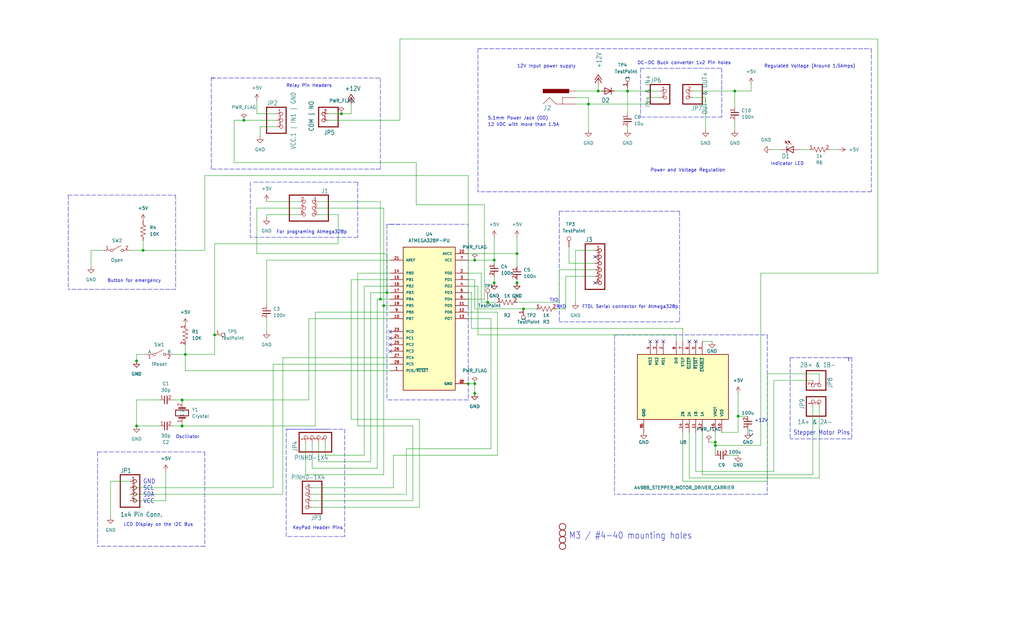
<source format=kicad_sch>
(kicad_sch (version 20211123) (generator eeschema)
  (paper "User" 399.999 250.012)
  (title_block (title "Door Lock Schematic") (rev "2") (company "ECE 411 Team 5 Practicum"))
  (lib_symbols
    (symbol "A4988_STEPPER_MOTOR_DRIVER_CARRIER:A4988_STEPPER_MOTOR_DRIVER_CARRIER" (pin_names (offset 1.016))
      (property "Reference" "U" (at -12.7 19.05 0))
      (property "Value" "A4988_STEPPER_MOTOR_DRIVER_CARRIER" (at -12.7 -21.59 0))
      (symbol "A4988_STEPPER_MOTOR_DRIVER_CARRIER_0_0"
        (pin input line (at -17.78 7.62 0) (length 5.08) (name "~{ENABLE}") (number "1"))
        (pin power_in line (at 17.78 15.24 180) (length 5.08) (name "VDD") (number "10"))
        (pin output line (at 17.78 5.08 180) (length 5.08) (name "1B") (number "11"))
        (pin output line (at 17.78 7.62 180) (length 5.08) (name "1A") (number "12"))
        (pin output line (at 17.78 2.54 180) (length 5.08) (name "2A") (number "13"))
        (pin output line (at 17.78 0 180) (length 5.08) (name "2B") (number "14"))
        (pin power_in line (at 17.78 -15.24 180) (length 5.08) (name "GND") (number "15"))
        (pin power_in line (at 17.78 12.7 180) (length 5.08) (name "VMOT") (number "16"))
        (pin input line (at -17.78 -7.62 0) (length 5.08) (name "MS1") (number "2"))
        (pin input line (at -17.78 -10.16 0) (length 5.08) (name "MS2") (number "3"))
        (pin input line (at -17.78 -12.7 0) (length 5.08) (name "MS3") (number "4"))
        (pin input line (at -17.78 5.08 0) (length 5.08) (name "~{RESET}") (number "5"))
        (pin input line (at -17.78 2.54 0) (length 5.08) (name "~{SLEEP}") (number "6"))
        (pin input line (at -17.78 0 0) (length 5.08) (name "STEP") (number "7"))
        (pin input line (at -17.78 -2.54 0) (length 5.08) (name "DIR") (number "8"))
        (pin power_in line (at 17.78 -15.24 180) (length 5.08) (name "GND") (number "9"))
      )
    )
    (symbol "ATMEGA328P-PU:ATMEGA328P-PU" (pin_names (offset 1.016))
      (property "Reference" "U" (at -10.16 28.9814 0))
      (property "Value" "ATMEGA328P-PU" (at -10.16 -31.5214 0))
      (symbol "ATMEGA328P-PU_0_0"
        (pin bidirectional line (at -15.24 -20.32 0) (length 5.08) (name "PC6/~{RESET}") (number "1"))
        (pin bidirectional line (at -15.24 0 0) (length 5.08) (name "PB7") (number "10"))
        (pin bidirectional line (at 15.24 5.08 180) (length 5.08) (name "PD5") (number "11"))
        (pin bidirectional line (at 15.24 2.54 180) (length 5.08) (name "PD6") (number "12"))
        (pin bidirectional line (at 15.24 0 180) (length 5.08) (name "PD7") (number "13"))
        (pin bidirectional line (at -15.24 17.78 0) (length 5.08) (name "PB0") (number "14"))
        (pin bidirectional line (at -15.24 15.24 0) (length 5.08) (name "PB1") (number "15"))
        (pin bidirectional line (at -15.24 12.7 0) (length 5.08) (name "PB2") (number "16"))
        (pin bidirectional line (at -15.24 10.16 0) (length 5.08) (name "PB3") (number "17"))
        (pin bidirectional line (at -15.24 7.62 0) (length 5.08) (name "PB4") (number "18"))
        (pin bidirectional line (at -15.24 5.08 0) (length 5.08) (name "PB5") (number "19"))
        (pin bidirectional line (at 15.24 17.78 180) (length 5.08) (name "PD0") (number "2"))
        (pin power_in line (at 15.24 25.4 180) (length 5.08) (name "AVCC") (number "20"))
        (pin input line (at -15.24 22.86 0) (length 5.08) (name "AREF") (number "21"))
        (pin power_in line (at 15.24 -25.4 180) (length 5.08) (name "GND") (number "22"))
        (pin bidirectional line (at -15.24 -5.08 0) (length 5.08) (name "PC0") (number "23"))
        (pin bidirectional line (at -15.24 -7.62 0) (length 5.08) (name "PC1") (number "24"))
        (pin bidirectional line (at -15.24 -10.16 0) (length 5.08) (name "PC2") (number "25"))
        (pin bidirectional line (at -15.24 -12.7 0) (length 5.08) (name "PC3") (number "26"))
        (pin bidirectional line (at -15.24 -15.24 0) (length 5.08) (name "PC4") (number "27"))
        (pin bidirectional line (at -15.24 -17.78 0) (length 5.08) (name "PC5") (number "28"))
        (pin bidirectional line (at 15.24 15.24 180) (length 5.08) (name "PD1") (number "3"))
        (pin bidirectional line (at 15.24 12.7 180) (length 5.08) (name "PD2") (number "4"))
        (pin bidirectional line (at 15.24 10.16 180) (length 5.08) (name "PD3") (number "5"))
        (pin bidirectional line (at 15.24 7.62 180) (length 5.08) (name "PD4") (number "6"))
        (pin power_in line (at 15.24 22.86 180) (length 5.08) (name "VCC") (number "7"))
        (pin power_in line (at 15.24 -25.4 180) (length 5.08) (name "GND") (number "8"))
        (pin bidirectional line (at -15.24 2.54 0) (length 5.08) (name "PB6") (number "9"))
      )
    )
    (symbol "C_Small_1" (pin_names (offset 0.254))
      (property "Reference" "C" (at 0.254 1.778 0))
      (property "Value" "C_Small_1" (at 0.254 -2.032 0))
      (symbol "C_Small_1_1_1"
        (pin passive line (at 0 2.54 270) (length 2.032) (name "~") (number "1"))
        (pin passive line (at 0 -2.54 90) (length 2.032) (name "~") (number "2"))
      )
    )
    (symbol "C_Small_2" (pin_names (offset 0.254))
      (property "Reference" "C" (at 0.254 1.778 0))
      (property "Value" "C_Small_2" (at 0.254 -2.032 0))
      (symbol "C_Small_2_1_1"
        (pin passive line (at 0 2.54 270) (length 2.032) (name "~") (number "1"))
        (pin passive line (at 0 -2.54 90) (length 2.032) (name "~") (number "2"))
      )
    )
    (symbol "C_Small_3" (pin_names (offset 0.254))
      (property "Reference" "C" (at 0.254 1.778 0))
      (property "Value" "C_Small_3" (at 0.254 -2.032 0))
      (symbol "C_Small_3_1_1"
        (pin passive line (at 0 2.54 270) (length 2.032) (name "~") (number "1"))
        (pin passive line (at 0 -2.54 90) (length 2.032) (name "~") (number "2"))
      )
    )
    (symbol "C_Small_4" (pin_names (offset 0.254))
      (property "Reference" "C" (at 0.254 1.778 0))
      (property "Value" "C_Small_4" (at 0.254 -2.032 0))
      (symbol "C_Small_4_1_1"
        (pin passive line (at 0 2.54 270) (length 2.032) (name "~") (number "1"))
        (pin passive line (at 0 -2.54 90) (length 2.032) (name "~") (number "2"))
      )
    )
    (symbol "C_Small_5" (pin_names (offset 0.254))
      (property "Reference" "C" (at 0.254 1.778 0))
      (property "Value" "C_Small_5" (at 0.254 -2.032 0))
      (symbol "C_Small_5_1_1"
        (pin passive line (at 0 2.54 270) (length 2.032) (name "~") (number "1"))
        (pin passive line (at 0 -2.54 90) (length 2.032) (name "~") (number "2"))
      )
    )
    (symbol "C_Small_6" (pin_names (offset 0.254))
      (property "Reference" "C" (at 0.254 1.778 0))
      (property "Value" "C_Small_6" (at 0.254 -2.032 0))
      (symbol "C_Small_6_1_1"
        (pin passive line (at 0 2.54 270) (length 2.032) (name "~") (number "1"))
        (pin passive line (at 0 -2.54 90) (length 2.032) (name "~") (number "2"))
      )
    )
    (symbol "C_Small_7" (pin_names (offset 0.254))
      (property "Reference" "C" (at 0.254 1.778 0))
      (property "Value" "C_Small_7" (at 0.254 -2.032 0))
      (symbol "C_Small_7_1_1"
        (pin passive line (at 0 2.54 270) (length 2.032) (name "~") (number "1"))
        (pin passive line (at 0 -2.54 90) (length 2.032) (name "~") (number "2"))
      )
    )
    (symbol "C_Small_8" (pin_names (offset 0.254))
      (property "Reference" "C" (at 0.254 1.778 0))
      (property "Value" "C_Small_8" (at 0.254 -2.032 0))
      (symbol "C_Small_8_1_1"
        (pin passive line (at 0 2.54 270) (length 2.032) (name "~") (number "1"))
        (pin passive line (at 0 -2.54 90) (length 2.032) (name "~") (number "2"))
      )
    )
    (symbol "Connector:TestPoint" (pin_numbers hide) (pin_names (offset 0.762) hide)
      (property "Reference" "TP" (at 0 6.858 0))
      (property "Value" "TestPoint" (at 0 5.08 0))
      (symbol "TestPoint_1_1"
        (pin passive line (at 0 0 90) (length 2.54) (name "1") (number "1"))
      )
    )
    (symbol "Device:C_Small" (pin_names (offset 0.254))
      (property "Reference" "C" (at 0.254 1.778 0))
      (property "Value" "C_Small" (at 0.254 -2.032 0))
      (symbol "C_Small_1_1"
        (pin passive line (at 0 2.54 270) (length 2.032) (name "~") (number "1"))
        (pin passive line (at 0 -2.54 90) (length 2.032) (name "~") (number "2"))
      )
    )
    (symbol "Device:Crystal" (pin_names (offset 1.016))
      (property "Reference" "Y" (at 0 3.81 0))
      (property "Value" "Crystal" (at 0 -3.81 0))
      (symbol "Crystal_1_1"
        (pin passive line (at -3.81 0 0) (length 1.27) (name "1") (number "1"))
        (pin passive line (at 3.81 0 180) (length 1.27) (name "2") (number "2"))
      )
    )
    (symbol "Device:R_US" (pin_numbers hide) (pin_names (offset 0))
      (property "Reference" "R" (at 2.54 0 90))
      (property "Value" "R_US" (at -2.54 0 90))
      (symbol "R_US_1_1"
        (pin passive line (at 0 3.81 270) (length 1.27) (name "~") (number "1"))
        (pin passive line (at 0 -3.81 90) (length 1.27) (name "~") (number "2"))
      )
    )
    (symbol "Keyless_Door-eagle-import:+12V" (power)
      (property "Value" "+12V" (at -2.54 -5.08 90))
      (symbol "+12V_1_0"
        (pin power_in line (at 0 -2.54 90) (length 2.54) (name "+12V") (number "1"))
      )
    )
    (symbol "Keyless_Door-eagle-import:DIODE-SMB"
      (property "Reference" "D" (at 2.54 0.4826 0))
      (property "Value" "DIODE-SMB" (at 2.54 -2.3114 0))
      (symbol "DIODE-SMB_1_0"
        (pin passive line (at -2.54 0 0) (length 2.54) (name "A") (number "A"))
        (pin passive line (at 2.54 0 180) (length 2.54) (name "C") (number "C"))
      )
    )
    (symbol "Keyless_Door-eagle-import:LEDCHIP-LED0805"
      (property "Reference" "LED" (at 3.556 -4.572 90))
      (property "Value" "LEDCHIP-LED0805" (at 5.715 -4.572 90))
      (symbol "LEDCHIP-LED0805_1_0"
        (pin passive line (at 0 2.54 270) (length 2.54) (name "A") (number "A"))
        (pin passive line (at 0 -5.08 90) (length 2.54) (name "C") (number "C"))
      )
    )
    (symbol "Keyless_Door-eagle-import:PINHD-1X2"
      (property "Reference" "JP" (at -6.35 5.715 0))
      (property "Value" "PINHD-1X2" (at -6.35 -5.08 0))
      (symbol "PINHD-1X2_1_0"
        (pin passive inverted (at -2.54 2.54 0) (length 2.54) (name "1") (number "1"))
        (pin passive inverted (at -2.54 0 0) (length 2.54) (name "2") (number "2"))
      )
    )
    (symbol "Keyless_Door-eagle-import:PINHD-1X3"
      (property "Reference" "JP" (at -6.35 5.715 0))
      (property "Value" "PINHD-1X3" (at -6.35 -7.62 0))
      (symbol "PINHD-1X3_1_0"
        (pin passive inverted (at -2.54 2.54 0) (length 2.54) (name "1") (number "1"))
        (pin passive inverted (at -2.54 0 0) (length 2.54) (name "2") (number "2"))
        (pin passive inverted (at -2.54 -2.54 0) (length 2.54) (name "3") (number "3"))
      )
    )
    (symbol "Keyless_Door-eagle-import:PINHD-1X4"
      (property "Reference" "JP" (at -6.35 8.255 0))
      (property "Value" "PINHD-1X4" (at -6.35 -7.62 0))
      (symbol "PINHD-1X4_1_0"
        (pin passive inverted (at -2.54 5.08 0) (length 2.54) (name "1") (number "1"))
        (pin passive inverted (at -2.54 2.54 0) (length 2.54) (name "2") (number "2"))
        (pin passive inverted (at -2.54 0 0) (length 2.54) (name "3") (number "3"))
        (pin passive inverted (at -2.54 -2.54 0) (length 2.54) (name "4") (number "4"))
      )
    )
    (symbol "Keyless_Door-eagle-import:PINHD-1X6"
      (property "Reference" "JP" (at -6.35 10.795 0))
      (property "Value" "PINHD-1X6" (at -6.35 -10.16 0))
      (symbol "PINHD-1X6_1_0"
        (pin passive inverted (at -2.54 7.62 0) (length 2.54) (name "1") (number "1"))
        (pin passive inverted (at -2.54 5.08 0) (length 2.54) (name "2") (number "2"))
        (pin passive inverted (at -2.54 2.54 0) (length 2.54) (name "3") (number "3"))
        (pin passive inverted (at -2.54 0 0) (length 2.54) (name "4") (number "4"))
        (pin passive inverted (at -2.54 -2.54 0) (length 2.54) (name "5") (number "5"))
        (pin passive inverted (at -2.54 -5.08 0) (length 2.54) (name "6") (number "6"))
      )
    )
    (symbol "Keyless_Door-eagle-import:PINHD-2X3"
      (property "Reference" "JP" (at -6.35 5.715 0))
      (property "Value" "PINHD-2X3" (at -6.35 -7.62 0))
      (symbol "PINHD-2X3_1_0"
        (pin passive inverted (at -2.54 2.54 0) (length 2.54) (name "1") (number "1"))
        (pin passive inverted (at 5.08 2.54 180) (length 2.54) (name "2") (number "2"))
        (pin passive inverted (at -2.54 0 0) (length 2.54) (name "3") (number "3"))
        (pin passive inverted (at 5.08 0 180) (length 2.54) (name "4") (number "4"))
        (pin passive inverted (at -2.54 -2.54 0) (length 2.54) (name "5") (number "5"))
        (pin passive inverted (at 5.08 -2.54 180) (length 2.54) (name "6") (number "6"))
      )
    )
    (symbol "Keyless_Door-eagle-import:POWER_JACK"
      (property "Reference" "J" (at -10.16 0 0))
      (property "Value" "POWER_JACK" (at -10.16 10.16 0))
      (symbol "POWER_JACK_1_0"
        (pin bidirectional line (at 2.54 2.54 180) (length 2.54) (name "GND") (number "GND"))
        (pin bidirectional line (at 2.54 5.08 180) (length 2.54) (name "GNDBREAK") (number "GNDBREAK"))
        (pin bidirectional line (at 2.54 7.62 180) (length 2.54) (name "PWR") (number "PWR"))
      )
    )
    (symbol "Keyless_Door-eagle-import:STAND-OFF")
    (symbol "R_US_1" (pin_names (offset 0))
      (property "Reference" "R" (at 2.54 0 90))
      (property "Value" "R_US_1" (at -2.54 0 90))
      (symbol "R_US_1_1_1"
        (pin passive line (at 0 3.81 270) (length 1.27) (name "~") (number "1"))
        (pin passive line (at 0 -3.81 90) (length 1.27) (name "~") (number "2"))
      )
    )
    (symbol "R_US_2" (pin_names (offset 0))
      (property "Reference" "R" (at 2.54 0 90))
      (property "Value" "R_US_2" (at -2.54 0 90))
      (symbol "R_US_2_1_1"
        (pin passive line (at 0 3.81 270) (length 1.27) (name "~") (number "1"))
        (pin passive line (at 0 -3.81 90) (length 1.27) (name "~") (number "2"))
      )
    )
    (symbol "R_US_3" (pin_names (offset 0))
      (property "Reference" "R" (at 2.54 0 90))
      (property "Value" "R_US_3" (at -2.54 0 90))
      (symbol "R_US_3_1_1"
        (pin passive line (at 0 3.81 270) (length 1.27) (name "~") (number "1"))
        (pin passive line (at 0 -3.81 90) (length 1.27) (name "~") (number "2"))
      )
    )
    (symbol "R_US_4" (pin_names (offset 0))
      (property "Reference" "R" (at 2.54 0 90))
      (property "Value" "R_US_4" (at -2.54 0 90))
      (symbol "R_US_4_1_1"
        (pin passive line (at 0 3.81 270) (length 1.27) (name "~") (number "1"))
        (pin passive line (at 0 -3.81 90) (length 1.27) (name "~") (number "2"))
      )
    )
    (symbol "SW_SPST_1" (pin_names (offset 0))
      (property "Reference" "SW" (at 0 3.175 0))
      (property "Value" "SW_SPST_1" (at 0 -2.54 0))
      (symbol "SW_SPST_1_1_1"
        (pin passive line (at -5.08 0 0) (length 2.54) (name "A") (number "1"))
        (pin passive line (at 5.08 0 180) (length 2.54) (name "B") (number "2"))
      )
    )
    (symbol "Switch:SW_SPST" (pin_names (offset 0) hide)
      (property "Reference" "SW" (at 0 3.175 0))
      (property "Value" "SW_SPST" (at 0 -2.54 0))
      (symbol "SW_SPST_1_1"
        (pin passive line (at -5.08 0 0) (length 2.54) (name "A") (number "1"))
        (pin passive line (at 5.08 0 180) (length 2.54) (name "B") (number "2"))
      )
    )
    (symbol "TestPoint_1" (pin_names (offset 0.762))
      (property "Reference" "TP" (at 0 6.858 0))
      (property "Value" "TestPoint_1" (at 0 5.08 0))
      (symbol "TestPoint_1_1_1"
        (pin passive line (at 0 0 90) (length 2.54) (name "1") (number "1"))
      )
    )
    (symbol "TestPoint_2" (pin_names (offset 0.762))
      (property "Reference" "TP" (at 0 6.858 0))
      (property "Value" "TestPoint_2" (at 0 5.08 0))
      (symbol "TestPoint_2_1_1"
        (pin passive line (at 0 0 90) (length 2.54) (name "1") (number "1"))
      )
    )
    (symbol "TestPoint_3" (pin_names (offset 0.762))
      (property "Reference" "TP" (at 0 6.858 0))
      (property "Value" "TestPoint_3" (at 0 5.08 0))
      (symbol "TestPoint_3_1_1"
        (pin passive line (at 0 0 90) (length 2.54) (name "1") (number "1"))
      )
    )
    (symbol "power:+5V" (power) (pin_names (offset 0))
      (property "Value" "+5V" (at 0 3.556 0))
      (symbol "+5V_1_1"
        (pin power_in line (at 0 0 90) (length 0) hide (name "+5V") (number "1"))
      )
    )
    (symbol "power:GND" (power) (pin_names (offset 0))
      (property "Value" "GND" (at 0 -3.81 0))
      (symbol "GND_1_1"
        (pin power_in line (at 0 0 270) (length 0) hide (name "GND") (number "1"))
      )
    )
    (symbol "power:PWR_FLAG" (power) (pin_numbers hide) (pin_names (offset 0) hide)
      (property "Value" "PWR_FLAG" (at 0 3.81 0))
      (symbol "PWR_FLAG_0_0"
        (pin power_out line (at 0 0 90) (length 0) (name "pwr") (number "1"))
      )
    )
  )
  (junction (at 185.42 101.6))
  (junction (at 72.39 138.43))
  (junction (at 201.93 99.06))
  (junction (at 201.93 110.49))
  (junction (at 133.35 44.45))
  (junction (at 83.82 130.81))
  (junction (at 288.29 162.56))
  (junction (at 53.34 166.37))
  (junction (at 279.4 173.99))
  (junction (at 204.47 120.65))
  (junction (at 245.11 35.56))
  (junction (at 149.86 119.38))
  (junction (at 193.04 110.49))
  (junction (at 193.04 101.6))
  (junction (at 229.87 40.64))
  (junction (at 71.12 156.21))
  (junction (at 55.88 97.79))
  (junction (at 279.4 172.72))
  (junction (at 287.02 35.56))
  (junction (at 185.42 149.86))
  (junction (at 53.34 140.97))
  (junction (at 233.68 35.56))
  (junction (at 71.12 166.37))
  (junction (at 182.88 149.86))
  (junction (at 148.59 116.84))
  (junction (at 185.42 153.67))
  (junction (at 95.25 46.99))
  (junction (at 190.5 118.11))
  (junction (at 151.13 114.3))
  (no_connect (at 152.4 137.16))
  (no_connect (at 259.08 133.35))
  (no_connect (at 254 133.35))
  (no_connect (at 152.4 134.62))
  (no_connect (at 232.41 100.33))
  (no_connect (at 271.78 133.35))
  (no_connect (at 256.54 133.35))
  (no_connect (at 152.4 129.54))
  (no_connect (at 232.41 110.49))
  (no_connect (at 152.4 132.08))
  (no_connect (at 269.24 133.35))
  (wire (pts (xy 124.46 172.72) (xy 124.46 180.34)))
  (polyline (pts (xy 250.19 26.67) (xy 250.19 45.72)))
  (wire (pts (xy 182.88 68.58) (xy 80.01 68.58)))
  (wire (pts (xy 270.51 35.56) (xy 287.02 35.56)))
  (wire (pts (xy 153.67 177.8) (xy 194.31 177.8)))
  (polyline (pts (xy 299.72 130.81) (xy 299.72 193.04)))
  (wire (pts (xy 121.92 198.12) (xy 163.83 198.12)))
  (wire (pts (xy 222.25 102.87) (xy 232.41 102.87)))
  (wire (pts (xy 104.14 78.74) (xy 116.84 78.74)))
  (wire (pts (xy 276.86 172.72) (xy 279.4 172.72)))
  (wire (pts (xy 35.56 97.79) (xy 35.56 104.14)))
  (polyline (pts (xy 332.74 139.7) (xy 332.74 171.45)))
  (wire (pts (xy 156.21 46.99) (xy 156.21 15.24)))
  (wire (pts (xy 107.95 49.53) (xy 101.6 49.53)))
  (wire (pts (xy 163.83 198.12) (xy 163.83 163.83)))
  (wire (pts (xy 133.35 44.45) (xy 137.16 44.45)))
  (wire (pts (xy 264.16 133.35) (xy 264.16 130.81)))
  (polyline (pts (xy 148.59 30.48) (xy 148.59 66.04)))
  (wire (pts (xy 288.29 162.56) (xy 292.1 162.56)))
  (wire (pts (xy 292.1 167.64) (xy 292.1 168.91)))
  (wire (pts (xy 149.86 81.28) (xy 149.86 119.38)))
  (wire (pts (xy 119.38 185.42) (xy 119.38 172.72)))
  (wire (pts (xy 288.29 162.56) (xy 288.29 168.91)))
  (polyline (pts (xy 308.61 139.7) (xy 332.74 139.7)))
  (polyline (pts (xy 111.76 167.64) (xy 113.03 167.64)))
  (wire (pts (xy 342.9 15.24) (xy 342.9 106.68)))
  (wire (pts (xy 55.88 97.79) (xy 80.01 97.79)))
  (wire (pts (xy 158.75 175.26) (xy 191.77 175.26)))
  (wire (pts (xy 124.46 81.28) (xy 149.86 81.28)))
  (wire (pts (xy 204.47 120.65) (xy 185.42 120.65)))
  (polyline (pts (xy 299.72 193.04) (xy 240.03 193.04)))
  (wire (pts (xy 297.18 106.68) (xy 342.9 106.68)))
  (polyline (pts (xy 113.03 167.64) (xy 128.27 167.64)))
  (wire (pts (xy 124.46 78.74) (xy 148.59 78.74)))
  (wire (pts (xy 182.88 116.84) (xy 189.23 116.84)))
  (wire (pts (xy 57.15 138.43) (xy 53.34 138.43)))
  (wire (pts (xy 158.75 193.04) (xy 158.75 175.26)))
  (wire (pts (xy 83.82 95.25) (xy 83.82 130.81)))
  (wire (pts (xy 320.04 148.59) (xy 320.04 146.05)))
  (wire (pts (xy 201.93 109.22) (xy 201.93 110.49)))
  (wire (pts (xy 147.32 116.84) (xy 148.59 116.84)))
  (wire (pts (xy 252.73 38.1) (xy 252.73 40.64)))
  (wire (pts (xy 193.04 101.6) (xy 193.04 102.87)))
  (polyline (pts (xy 182.88 87.63) (xy 182.88 156.21)))
  (wire (pts (xy 161.29 195.58) (xy 121.92 195.58)))
  (wire (pts (xy 62.23 156.21) (xy 53.34 156.21)))
  (polyline (pts (xy 82.55 30.48) (xy 148.59 30.48)))
  (polyline (pts (xy 82.55 66.04) (xy 82.55 30.48)))
  (polyline (pts (xy 111.76 167.64) (xy 134.62 167.64)))
  (wire (pts (xy 149.86 119.38) (xy 152.4 119.38)))
  (wire (pts (xy 121.92 193.04) (xy 158.75 193.04)))
  (wire (pts (xy 106.68 142.24) (xy 106.68 190.5)))
  (wire (pts (xy 232.41 105.41) (xy 218.44 105.41)))
  (wire (pts (xy 100.33 81.28) (xy 116.84 81.28)))
  (wire (pts (xy 182.88 101.6) (xy 185.42 101.6)))
  (polyline (pts (xy 151.13 87.63) (xy 152.4 87.63)))
  (polyline (pts (xy 38.1 176.53) (xy 38.1 213.36)))
  (wire (pts (xy 193.04 107.95) (xy 193.04 110.49)))
  (wire (pts (xy 185.42 109.22) (xy 182.88 109.22)))
  (wire (pts (xy 182.88 99.06) (xy 201.93 99.06)))
  (wire (pts (xy 222.25 96.52) (xy 222.25 102.87)))
  (wire (pts (xy 189.23 116.84) (xy 189.23 80.01)))
  (polyline (pts (xy 182.88 156.21) (xy 151.13 156.21)))
  (wire (pts (xy 279.4 172.72) (xy 279.4 173.99)))
  (wire (pts (xy 302.26 148.59) (xy 317.5 148.59)))
  (wire (pts (xy 72.39 138.43) (xy 67.31 138.43)))
  (wire (pts (xy 323.85 58.42) (xy 327.66 58.42)))
  (wire (pts (xy 269.24 186.69) (xy 320.04 186.69)))
  (polyline (pts (xy 308.61 139.7) (xy 308.61 171.45)))
  (wire (pts (xy 317.5 185.42) (xy 317.5 158.75)))
  (polyline (pts (xy 26.67 76.2) (xy 26.67 113.03)))
  (wire (pts (xy 233.68 33.02) (xy 233.68 35.56)))
  (wire (pts (xy 152.4 144.78) (xy 72.39 144.78)))
  (wire (pts (xy 266.7 187.96) (xy 299.72 187.96)))
  (polyline (pts (xy 26.67 76.2) (xy 68.58 76.2)))
  (wire (pts (xy 182.88 68.58) (xy 182.88 119.38)))
  (wire (pts (xy 72.39 144.78) (xy 72.39 138.43)))
  (polyline (pts (xy 80.01 176.53) (xy 80.01 213.36)))
  (wire (pts (xy 104.14 83.82) (xy 104.14 85.09)))
  (wire (pts (xy 152.4 109.22) (xy 137.16 109.22)))
  (wire (pts (xy 190.5 116.84) (xy 190.5 118.11)))
  (wire (pts (xy 161.29 166.37) (xy 161.29 195.58)))
  (wire (pts (xy 257.81 38.1) (xy 252.73 38.1)))
  (polyline (pts (xy 218.44 82.55) (xy 218.44 125.73)))
  (wire (pts (xy 224.79 35.56) (xy 233.68 35.56)))
  (wire (pts (xy 224.79 97.79) (xy 232.41 97.79)))
  (wire (pts (xy 182.88 124.46) (xy 191.77 124.46)))
  (wire (pts (xy 279.4 168.91) (xy 279.4 172.72)))
  (wire (pts (xy 312.42 58.42) (xy 316.23 58.42)))
  (wire (pts (xy 187.96 118.11) (xy 187.96 106.68)))
  (wire (pts (xy 300.99 58.42) (xy 304.8 58.42)))
  (wire (pts (xy 127 177.8) (xy 142.24 177.8)))
  (polyline (pts (xy 82.55 30.48) (xy 83.82 30.48)))
  (wire (pts (xy 127 177.8) (xy 127 172.72)))
  (wire (pts (xy 91.44 63.5) (xy 91.44 46.99)))
  (wire (pts (xy 83.82 130.81) (xy 83.82 138.43)))
  (wire (pts (xy 142.24 111.76) (xy 152.4 111.76)))
  (wire (pts (xy 100.33 44.45) (xy 107.95 44.45)))
  (polyline (pts (xy 331.47 139.7) (xy 331.47 140.97)))
  (polyline (pts (xy 218.44 82.55) (xy 265.43 82.55)))
  (polyline (pts (xy 68.58 76.2) (xy 68.58 113.03)))
  (wire (pts (xy 132.08 95.25) (xy 83.82 95.25)))
  (wire (pts (xy 245.11 35.56) (xy 257.81 35.56)))
  (wire (pts (xy 240.03 35.56) (xy 245.11 35.56)))
  (wire (pts (xy 162.56 80.01) (xy 162.56 63.5)))
  (wire (pts (xy 229.87 38.1) (xy 229.87 40.64)))
  (wire (pts (xy 299.72 146.05) (xy 320.04 146.05)))
  (wire (pts (xy 288.29 153.67) (xy 288.29 162.56)))
  (wire (pts (xy 229.87 40.64) (xy 229.87 50.8)))
  (wire (pts (xy 139.7 106.68) (xy 152.4 106.68)))
  (wire (pts (xy 287.02 50.8) (xy 287.02 46.99)))
  (polyline (pts (xy 265.43 82.55) (xy 265.43 125.73)))
  (wire (pts (xy 279.4 173.99) (xy 279.4 177.8)))
  (polyline (pts (xy 331.47 139.7) (xy 331.47 140.97)))
  (wire (pts (xy 101.6 49.53) (xy 101.6 53.34)))
  (polyline (pts (xy 265.43 125.73) (xy 218.44 125.73)))
  (polyline (pts (xy 240.03 130.81) (xy 299.72 130.81)))
  (wire (pts (xy 245.11 34.29) (xy 245.11 35.56)))
  (wire (pts (xy 163.83 163.83) (xy 137.16 163.83)))
  (wire (pts (xy 264.16 130.81) (xy 186.69 130.81)))
  (wire (pts (xy 121.92 190.5) (xy 153.67 190.5)))
  (wire (pts (xy 124.46 180.34) (xy 144.78 180.34)))
  (wire (pts (xy 187.96 106.68) (xy 182.88 106.68)))
  (wire (pts (xy 220.98 107.95) (xy 220.98 120.65)))
  (wire (pts (xy 271.78 168.91) (xy 271.78 184.15)))
  (wire (pts (xy 185.42 153.67) (xy 185.42 149.86)))
  (wire (pts (xy 297.18 106.68) (xy 297.18 173.99)))
  (wire (pts (xy 137.16 109.22) (xy 137.16 163.83)))
  (polyline (pts (xy 250.19 26.67) (xy 281.94 26.67)))
  (wire (pts (xy 245.11 35.56) (xy 245.11 44.45)))
  (wire (pts (xy 161.29 166.37) (xy 139.7 166.37)))
  (wire (pts (xy 274.32 133.35) (xy 278.13 133.35)))
  (wire (pts (xy 186.69 111.76) (xy 182.88 111.76)))
  (wire (pts (xy 185.42 101.6) (xy 193.04 101.6)))
  (wire (pts (xy 123.19 121.92) (xy 123.19 166.37)))
  (polyline (pts (xy 148.59 66.04) (xy 82.55 66.04)))
  (wire (pts (xy 274.32 185.42) (xy 317.5 185.42)))
  (wire (pts (xy 274.32 168.91) (xy 274.32 185.42)))
  (polyline (pts (xy 240.03 130.81) (xy 240.03 193.04)))
  (wire (pts (xy 106.68 142.24) (xy 152.4 142.24)))
  (polyline (pts (xy 38.1 176.53) (xy 80.01 176.53)))
  (polyline (pts (xy 68.58 113.03) (xy 26.67 113.03)))
  (wire (pts (xy 299.72 187.96) (xy 299.72 146.05)))
  (wire (pts (xy 266.7 133.35) (xy 266.7 128.27)))
  (polyline (pts (xy 151.13 87.63) (xy 151.13 156.21)))
  (wire (pts (xy 297.18 173.99) (xy 279.4 173.99)))
  (wire (pts (xy 72.39 134.62) (xy 72.39 138.43)))
  (wire (pts (xy 119.38 185.42) (xy 149.86 185.42)))
  (wire (pts (xy 194.31 118.11) (xy 190.5 118.11)))
  (polyline (pts (xy 134.62 209.55) (xy 111.76 209.55)))
  (wire (pts (xy 67.31 156.21) (xy 71.12 156.21)))
  (wire (pts (xy 162.56 63.5) (xy 91.44 63.5)))
  (wire (pts (xy 100.33 81.28) (xy 100.33 99.06)))
  (polyline (pts (xy 186.69 19.05) (xy 186.69 74.93)))
  (wire (pts (xy 104.14 101.6) (xy 104.14 119.38)))
  (wire (pts (xy 194.31 177.8) (xy 194.31 121.92)))
  (wire (pts (xy 151.13 99.06) (xy 151.13 114.3)))
  (wire (pts (xy 224.79 97.79) (xy 224.79 118.11)))
  (wire (pts (xy 100.33 39.37) (xy 100.33 44.45)))
  (wire (pts (xy 147.32 182.88) (xy 147.32 116.84)))
  (polyline (pts (xy 99.06 71.12) (xy 139.7 71.12)))
  (wire (pts (xy 191.77 175.26) (xy 191.77 124.46)))
  (wire (pts (xy 201.93 118.11) (xy 218.44 118.11)))
  (wire (pts (xy 91.44 46.99) (xy 95.25 46.99)))
  (wire (pts (xy 193.04 92.71) (xy 193.04 101.6)))
  (wire (pts (xy 148.59 78.74) (xy 148.59 116.84)))
  (wire (pts (xy 293.37 35.56) (xy 287.02 35.56)))
  (wire (pts (xy 302.26 184.15) (xy 302.26 148.59)))
  (wire (pts (xy 80.01 68.58) (xy 80.01 97.79)))
  (wire (pts (xy 224.79 38.1) (xy 229.87 38.1)))
  (wire (pts (xy 182.88 149.86) (xy 180.34 149.86)))
  (wire (pts (xy 137.16 40.64) (xy 137.16 44.45)))
  (wire (pts (xy 288.29 168.91) (xy 281.94 168.91)))
  (polyline (pts (xy 186.69 19.05) (xy 340.36 19.05)))
  (polyline (pts (xy 80.01 213.36) (xy 38.1 213.36)))
  (wire (pts (xy 293.37 33.02) (xy 293.37 35.56)))
  (wire (pts (xy 201.93 99.06) (xy 201.93 104.14)))
  (wire (pts (xy 139.7 166.37) (xy 139.7 106.68)))
  (wire (pts (xy 35.56 97.79) (xy 40.64 97.79)))
  (wire (pts (xy 152.4 121.92) (xy 123.19 121.92)))
  (wire (pts (xy 53.34 166.37) (xy 62.23 166.37)))
  (wire (pts (xy 245.11 50.8) (xy 245.11 49.53)))
  (wire (pts (xy 55.88 97.79) (xy 50.8 97.79)))
  (polyline (pts (xy 152.4 87.63) (xy 156.21 87.63)))
  (wire (pts (xy 190.5 118.11) (xy 187.96 118.11)))
  (wire (pts (xy 104.14 83.82) (xy 116.84 83.82)))
  (wire (pts (xy 184.15 114.3) (xy 182.88 114.3)))
  (wire (pts (xy 123.19 166.37) (xy 71.12 166.37)))
  (wire (pts (xy 184.15 128.27) (xy 184.15 114.3)))
  (wire (pts (xy 110.49 193.04) (xy 110.49 139.7)))
  (wire (pts (xy 50.8 190.5) (xy 106.68 190.5)))
  (polyline (pts (xy 340.36 74.93) (xy 186.69 74.93)))
  (wire (pts (xy 156.21 15.24) (xy 342.9 15.24)))
  (wire (pts (xy 64.77 184.15) (xy 64.77 195.58)))
  (wire (pts (xy 184.15 128.27) (xy 266.7 128.27)))
  (wire (pts (xy 55.88 93.98) (xy 55.88 97.79)))
  (wire (pts (xy 71.12 165.1) (xy 71.12 166.37)))
  (wire (pts (xy 152.4 101.6) (xy 104.14 101.6)))
  (wire (pts (xy 194.31 121.92) (xy 182.88 121.92)))
  (wire (pts (xy 67.31 166.37) (xy 71.12 166.37)))
  (wire (pts (xy 224.79 40.64) (xy 229.87 40.64)))
  (wire (pts (xy 220.98 120.65) (xy 217.17 120.65)))
  (wire (pts (xy 53.34 156.21) (xy 53.34 166.37)))
  (wire (pts (xy 186.69 130.81) (xy 186.69 111.76)))
  (wire (pts (xy 151.13 114.3) (xy 152.4 114.3)))
  (wire (pts (xy 121.92 182.88) (xy 147.32 182.88)))
  (polyline (pts (xy 152.4 87.63) (xy 182.88 87.63)))
  (wire (pts (xy 233.68 35.56) (xy 234.95 35.56)))
  (wire (pts (xy 153.67 190.5) (xy 153.67 177.8)))
  (wire (pts (xy 266.7 168.91) (xy 266.7 187.96)))
  (polyline (pts (xy 281.94 45.72) (xy 250.19 45.72)))
  (wire (pts (xy 320.04 186.69) (xy 320.04 158.75)))
  (wire (pts (xy 53.34 138.43) (xy 53.34 140.97)))
  (wire (pts (xy 121.92 182.88) (xy 121.92 172.72)))
  (wire (pts (xy 275.59 38.1) (xy 275.59 50.8)))
  (wire (pts (xy 218.44 105.41) (xy 218.44 118.11)))
  (wire (pts (xy 232.41 107.95) (xy 220.98 107.95)))
  (wire (pts (xy 152.4 124.46) (xy 120.65 124.46)))
  (wire (pts (xy 209.55 120.65) (xy 204.47 120.65)))
  (wire (pts (xy 71.12 156.21) (xy 120.65 156.21)))
  (wire (pts (xy 229.87 40.64) (xy 252.73 40.64)))
  (wire (pts (xy 269.24 186.69) (xy 269.24 168.91)))
  (polyline (pts (xy 111.76 209.55) (xy 111.76 167.64)))
  (wire (pts (xy 83.82 138.43) (xy 72.39 138.43)))
  (polyline (pts (xy 139.7 92.71) (xy 97.79 92.71)))
  (wire (pts (xy 132.08 83.82) (xy 132.08 95.25)))
  (wire (pts (xy 189.23 80.01) (xy 162.56 80.01)))
  (wire (pts (xy 185.42 149.86) (xy 182.88 149.86)))
  (wire (pts (xy 201.93 92.71) (xy 201.93 99.06)))
  (wire (pts (xy 124.46 83.82) (xy 132.08 83.82)))
  (wire (pts (xy 149.86 185.42) (xy 149.86 119.38)))
  (wire (pts (xy 284.48 177.8) (xy 288.29 177.8)))
  (wire (pts (xy 144.78 114.3) (xy 151.13 114.3)))
  (wire (pts (xy 142.24 177.8) (xy 142.24 111.76)))
  (wire (pts (xy 50.8 193.04) (xy 110.49 193.04)))
  (polyline (pts (xy 97.79 71.12) (xy 97.79 92.71)))
  (polyline (pts (xy 340.36 19.05) (xy 340.36 74.93)))
  (wire (pts (xy 104.14 124.46) (xy 104.14 129.54)))
  (wire (pts (xy 144.78 180.34) (xy 144.78 114.3)))
  (polyline (pts (xy 281.94 26.67) (xy 281.94 45.72)))
  (wire (pts (xy 271.78 184.15) (xy 302.26 184.15)))
  (wire (pts (xy 50.8 195.58) (xy 64.77 195.58)))
  (wire (pts (xy 287.02 35.56) (xy 287.02 41.91)))
  (wire (pts (xy 185.42 120.65) (xy 185.42 109.22)))
  (wire (pts (xy 95.25 46.99) (xy 107.95 46.99)))
  (polyline (pts (xy 139.7 71.12) (xy 139.7 92.71)))
  (wire (pts (xy 100.33 99.06) (xy 151.13 99.06)))
  (wire (pts (xy 148.59 116.84) (xy 152.4 116.84)))
  (polyline (pts (xy 332.74 171.45) (xy 308.61 171.45)))
  (wire (pts (xy 110.49 139.7) (xy 152.4 139.7)))
  (polyline (pts (xy 330.2 139.7) (xy 331.47 139.7)))
  (polyline (pts (xy 134.62 167.64) (xy 134.62 209.55)))
  (wire (pts (xy 128.27 44.45) (xy 133.35 44.45)))
  (wire (pts (xy 71.12 156.21) (xy 71.12 157.48)))
  (wire (pts (xy 120.65 124.46) (xy 120.65 156.21)))
  (wire (pts (xy 128.27 46.99) (xy 156.21 46.99)))
  (wire (pts (xy 43.18 187.96) (xy 50.8 187.96)))
  (wire (pts (xy 43.18 187.96) (xy 43.18 201.93)))
  (wire (pts (xy 270.51 38.1) (xy 275.59 38.1)))
  (text "SCL" (at 55.88 191.77 180) (effects (font (size 1.778 1.5113)) (justify left bottom)))
  (text "M3 / #4-40 mounting holes" (at 222.25 210.82 180) (effects (font (size 2.54 2.159)) (justify left bottom)))
  (text "12V Input power supply\n" (at 201.93 26.67 0) (effects (font (size 1.27 1.27)) (justify left bottom)))
  (text "DC-DC Buck converter 1x2 Pin holes" (at 248.92 25.4 0) (effects (font (size 1.27 1.27)) (justify left bottom)))
  (text "KeyPad Header Pins" (at 114.3 207.01 0) (effects (font (size 1.27 1.27)) (justify left bottom)))
  (text "FTDL Serial connector for Atmega328p\n" (at 227.33 120.65 0) (effects (font (size 1.27 1.27)) (justify left bottom)))
  (text "Relay Pin Headers\n" (at 111.76 34.29 0) (effects (font (size 1.27 1.27)) (justify left bottom)))
  (text "LCD Display on the I2C Bus\n" (at 48.26 205.74 0) (effects (font (size 1.27 1.27)) (justify left bottom)))
  (text "RXD\n" (at 217.17 120.65 0) (effects (font (size 1.27 1.27)) (justify left bottom)))
  (text "Power and Voltage Regulation\n" (at 254 67.31 0) (effects (font (size 1.27 1.27)) (justify left bottom)))
  (text "Button for emergency\n" (at 41.91 110.49 0) (effects (font (size 1.27 1.27)) (justify left bottom)))
  (text "Stepper Motor Pins" (at 309.88 170.18 180) (effects (font (size 1.778 1.5113)) (justify left bottom)))
  (text "For programing Atmega328p\n" (at 107.95 91.44 0) (effects (font (size 1.27 1.27)) (justify left bottom)))
  (text "5.1mm Power Jack (OD) " (at 190.5 46.99 0) (effects (font (size 1.27 1.27)) (justify left bottom)))
  (text "12 VDC with more than 1.5A\n" (at 190.5 49.53 0) (effects (font (size 1.27 1.27)) (justify left bottom)))
  (text "+12V" (at 294.64 165.1 0) (effects (font (size 1.27 1.27)) (justify left bottom)))
  (text "VCC" (at 55.88 196.85 180) (effects (font (size 1.778 1.5113)) (justify left bottom)))
  (text "Regulated Voltage (Around 1.5Amps)\n" (at 298.45 26.67 0) (effects (font (size 1.27 1.27)) (justify left bottom)))
  (text "TXD\n" (at 214.63 118.11 0) (effects (font (size 1.27 1.27)) (justify left bottom)))
  (text "Indicator LED" (at 300.99 64.77 0) (effects (font (size 1.27 1.27)) (justify left bottom)))
  (text "GND" (at 55.88 189.23 180) (effects (font (size 1.778 1.5113)) (justify left bottom)))
  (text "SDA" (at 55.88 194.31 180) (effects (font (size 1.778 1.5113)) (justify left bottom)))
  (text "Oscillator" (at 68.58 171.45 0) (effects (font (size 1.27 1.27)) (justify left bottom)))
  (symbol (lib_id "Device:C_Small") (at 245.11 46.99 0) (unit 1)
    (property "Reference" "C6" (at 247.65 45.7262 0) (effects (justify left)))
    (property "Value" "10u" (at 247.65 48.26 0) (effects (justify left)))
    (property "Footprint" "Keyless_Door:C0805K" (effects hide))
  )
  (symbol (lib_name "C_Small_7") (lib_id "Device:C_Small") (at 292.1 165.1 180) (unit 1)
    (property "Reference" "C7" (at 293.37 167.64 90) (effects (justify left)))
    (property "Value" "100u" (at 294.64 161.29 0) (effects (justify left)))
    (property "Footprint" "Keyless_Door:C0805K" (effects hide))
  )
  (symbol (lib_id "Device:R_US") (at 55.88 90.17 0) (unit 1)
    (property "Reference" "R4" (at 58.42 88.8999 0) (effects (justify left)))
    (property "Value" "10K" (at 58.42 91.4399 0) (effects (justify left)))
    (property "Footprint" "Keyless_Door:R0805" (effects hide))
  )
  (symbol (lib_id "Keyless_Door-eagle-import:PINHD-1X2") (at 317.5 151.13 270) (unit 1)
    (property "Reference" "JP8" (at 323.215 147.32 0) (effects (font (size 1.778 1.5113)) (justify left bottom)))
    (property "Value" "2B+ & 1B-" (at 312.42 143.51 90) (effects (font (size 1.778 1.5113)) (justify left bottom)))
    (property "Footprint" "Keyless_Door:1X02" (effects hide))
  )
  (symbol (lib_id "Keyless_Door-eagle-import:PINHD-1X4") (at 124.46 170.18 90) (unit 1)
    (property "Reference" "JP4" (at 116.205 176.53 0) (effects (font (size 1.778 1.5113)) (justify left bottom)))
    (property "Value" "PINHD-1X4" (at 128.27 177.8 90) (effects (font (size 1.778 1.5113)) (justify left bottom)))
    (property "Footprint" "Keyless_Door:1X04" (effects hide))
  )
  (symbol (lib_name "TestPoint_2") (lib_id "Connector:TestPoint") (at 83.82 130.81 270) (unit 1)
    (property "Reference" "TP5" (at 88.9 129.54 90) (effects (justify left)))
    (property "Value" "TestPoint" (at 86.36 132.08 90) (effects (justify left)))
    (property "Footprint" "Keyless_Door:P1-13" (effects hide))
  )
  (symbol (lib_id "power:GND") (at 288.29 177.8 0) (unit 1)
    (property "Reference" "#PWR0110" (effects hide))
    (property "Value" "GND" (at 288.29 181.61 0))
  )
  (symbol (lib_id "power:GND") (at 104.14 85.09 0) (mirror y) (unit 1)
    (property "Reference" "#PWR0127" (effects hide))
    (property "Value" "GND" (at 104.14 90.17 0))
  )
  (symbol (lib_name "R_US_4") (lib_id "Device:R_US") (at 320.04 58.42 90) (unit 1)
    (property "Reference" "R6" (at 320.04 63.5 90))
    (property "Value" "1k" (at 320.04 60.96 90))
    (property "Footprint" "Keyless_Door:R0805" (effects hide))
  )
  (symbol (lib_id "power:PWR_FLAG") (at 276.86 172.72 0) (unit 1)
    (property "Reference" "#FLG0101" (effects hide))
    (property "Value" "PWR_FLAG" (at 276.86 167.64 0))
  )
  (symbol (lib_id "power:GND") (at 185.42 153.67 0) (unit 1)
    (property "Reference" "#PWR0132" (effects hide))
    (property "Value" "GND" (at 185.42 158.75 0))
  )
  (symbol (lib_name "C_Small_2") (lib_id "Device:C_Small") (at 201.93 106.68 0) (unit 1)
    (property "Reference" "C5" (at 204.47 105.4162 0) (effects (justify left)))
    (property "Value" "100n" (at 204.47 107.95 0) (effects (justify left)))
    (property "Footprint" "Keyless_Door:C0805K" (effects hide))
  )
  (symbol (lib_id "Keyless_Door-eagle-import:PINHD-1X2") (at 320.04 156.21 90) (unit 1)
    (property "Reference" "JP9" (at 314.325 160.02 0) (effects (font (size 1.778 1.5113)) (justify left bottom)))
    (property "Value" "1A+ & 2A-" (at 325.12 163.83 90) (effects (font (size 1.778 1.5113)) (justify left bottom)))
    (property "Footprint" "Keyless_Door:1X02" (effects hide))
  )
  (symbol (lib_id "Keyless_Door-eagle-import:PINHD-1X4") (at 119.38 193.04 180) (unit 1)
    (property "Reference" "JP3" (at 125.73 201.295 0) (effects (font (size 1.778 1.5113)) (justify left bottom)))
    (property "Value" "PINHD-1X4" (at 127 185.42 0) (effects (font (size 1.778 1.5113)) (justify left bottom)))
    (property "Footprint" "Keyless_Door:1X04" (effects hide))
  )
  (symbol (lib_id "power:GND") (at 229.87 50.8 0) (unit 1)
    (property "Reference" "#PWR0121" (effects hide))
    (property "Value" "GND" (at 229.87 55.88 0))
  )
  (symbol (lib_id "power:GND") (at 104.14 129.54 0) (unit 1)
    (property "Reference" "#PWR0135" (effects hide))
    (property "Value" "GND" (at 104.14 134.62 0))
  )
  (symbol (lib_name "R_US_3") (lib_id "Device:R_US") (at 72.39 130.81 0) (unit 1)
    (property "Reference" "R1" (at 74.93 129.5399 0) (effects (justify left)))
    (property "Value" "10K" (at 74.93 132.0799 0) (effects (justify left)))
    (property "Footprint" "Keyless_Door:R0805" (effects hide))
  )
  (symbol (lib_id "power:+5V") (at 55.88 86.36 0) (unit 1)
    (property "Reference" "#PWR0124" (effects hide))
    (property "Value" "+5V" (at 55.88 81.28 0))
  )
  (symbol (lib_id "Connector:TestPoint") (at 222.25 96.52 0) (unit 1)
    (property "Reference" "TP3" (at 220.98 87.63 0) (effects (justify left)))
    (property "Value" "TestPoint" (at 219.71 90.17 0) (effects (justify left)))
    (property "Footprint" "Keyless_Door:P1-13" (effects hide))
  )
  (symbol (lib_id "Keyless_Door-eagle-import:PINHD-1X2") (at 125.73 44.45 180) (unit 1)
    (property "Reference" "JP5" (at 130.81 50.8 0) (effects (font (size 1.778 1.5113)) (justify left bottom)))
    (property "Value" "COM | NO" (at 120.65 39.37 90) (effects (font (size 1.778 1.5113)) (justify left bottom)))
    (property "Footprint" "Keyless_Door:1X02" (effects hide))
  )
  (symbol (lib_id "power:GND") (at 185.42 153.67 0) (unit 1)
    (property "Reference" "#PWR0133" (effects hide))
    (property "Value" "GND" (at 185.42 158.75 0))
  )
  (symbol (lib_id "power:GND") (at 201.93 110.49 0) (unit 1)
    (property "Reference" "#PWR0103" (effects hide))
    (property "Value" "GND" (at 201.93 115.57 0))
  )
  (symbol (lib_id "Keyless_Door-eagle-import:+12V") (at 233.68 30.48 0) (unit 1)
    (property "Reference" "#P+0103" (effects hide))
    (property "Value" "+12V" (at 234.95 26.67 90) (effects (font (size 1.778 1.5113)) (justify left bottom)))
    (property "Footprint" "Keyless_Door:" (effects hide))
  )
  (symbol (lib_id "Keyless_Door-eagle-import:STAND-OFF") (at 219.71 210.82 0) (unit 1)
    (property "Reference" "H3" (effects hide))
    (property "Value" "STAND-OFF" (effects hide))
    (property "Footprint" "Keyless_Door:STAND-OFF" (effects hide))
  )
  (symbol (lib_id "power:PWR_FLAG") (at 185.42 101.6 0) (unit 1)
    (property "Reference" "#FLG0102" (effects hide))
    (property "Value" "PWR_FLAG" (at 185.42 96.52 0))
  )
  (symbol (lib_id "power:+5V") (at 100.33 39.37 0) (mirror y) (unit 1)
    (property "Reference" "#PWR0125" (effects hide))
    (property "Value" "+5V" (at 100.33 34.29 0))
  )
  (symbol (lib_id "power:+5V") (at 288.29 153.67 0) (unit 1)
    (property "Reference" "#PWR0109" (effects hide))
    (property "Value" "+5V" (at 288.29 148.59 0))
  )
  (symbol (lib_id "power:GND") (at 300.99 58.42 270) (unit 1)
    (property "Reference" "#PWR0115" (effects hide))
    (property "Value" "GND" (at 297.18 54.61 90) (effects (justify left)))
  )
  (symbol (lib_name "C_Small_3") (lib_id "Device:C_Small") (at 104.14 121.92 0) (unit 1)
    (property "Reference" "C3" (at 106.68 120.6562 0) (effects (justify left)))
    (property "Value" "100n" (at 106.68 123.1962 0) (effects (justify left)))
    (property "Footprint" "Keyless_Door:C0805K" (effects hide))
  )
  (symbol (lib_id "Keyless_Door-eagle-import:PINHD-1X3") (at 110.49 46.99 0) (unit 1)
    (property "Reference" "JP2" (at 104.14 41.275 0) (effects (font (size 1.778 1.5113)) (justify left bottom)))
    (property "Value" "VCC.1 | IN1 | GND" (at 115.57 58.42 90) (effects (font (size 1.778 1.5113)) (justify left bottom)))
    (property "Footprint" "Keyless_Door:1X03" (effects hide))
  )
  (symbol (lib_id "power:+5V") (at 293.37 33.02 0) (unit 1)
    (property "Reference" "#PWR0116" (effects hide))
    (property "Value" "+5V" (at 293.37 27.94 0))
  )
  (symbol (lib_id "Device:Crystal") (at 71.12 161.29 90) (unit 1)
    (property "Reference" "Y1" (at 74.93 160.0199 90) (effects (justify right)))
    (property "Value" "Crystal" (at 74.93 162.5599 90) (effects (justify right)))
    (property "Footprint" "Keyless_Door:HC49UP" (effects hide))
  )
  (symbol (lib_name "SW_SPST_1") (lib_id "Switch:SW_SPST") (at 62.23 138.43 0) (unit 1)
    (property "Reference" "SW1" (at 62.23 134.62 0))
    (property "Value" "!Reset" (at 62.23 142.24 0))
    (property "Footprint" "Keyless_Door:TACTILE_SWITCH_SMD" (effects hide))
  )
  (symbol (lib_id "power:PWR_FLAG") (at 95.25 46.99 0) (unit 1)
    (property "Reference" "#FLG0105" (effects hide))
    (property "Value" "PWR_FLAG" (at 95.25 41.91 0))
  )
  (symbol (lib_id "power:PWR_FLAG") (at 133.35 44.45 0) (unit 1)
    (property "Reference" "#FLG0103" (effects hide))
    (property "Value" "PWR_FLAG" (at 133.35 39.37 0))
  )
  (symbol (lib_id "power:+5V") (at 64.77 184.15 0) (unit 1)
    (property "Reference" "#PWR0112" (effects hide))
    (property "Value" "+5V" (at 64.77 179.07 0))
  )
  (symbol (lib_id "power:GND") (at 251.46 168.91 0) (unit 1)
    (property "Reference" "#PWR0108" (effects hide))
    (property "Value" "GND" (at 251.46 172.72 0))
  )
  (symbol (lib_name "C_Small_1") (lib_id "Device:C_Small") (at 193.04 105.41 0) (unit 1)
    (property "Reference" "C4" (at 195.58 104.1462 0) (effects (justify left)))
    (property "Value" "100n" (at 195.58 106.6862 0) (effects (justify left)))
    (property "Footprint" "Keyless_Door:C0805K" (effects hide))
  )
  (symbol (lib_name "C_Small_8") (lib_id "Device:C_Small") (at 287.02 44.45 0) (unit 1)
    (property "Reference" "C10" (at 289.56 43.1862 0) (effects (justify left)))
    (property "Value" "100n" (at 289.56 45.72 0) (effects (justify left)))
    (property "Footprint" "Keyless_Door:C0805K" (effects hide))
  )
  (symbol (lib_id "Keyless_Door-eagle-import:PINHD-1X4") (at 53.34 193.04 0) (unit 1)
    (property "Reference" "JP1" (at 46.99 184.785 0) (effects (font (size 1.778 1.5113)) (justify left bottom)))
    (property "Value" "1x4 Pin Conn." (at 46.99 201.93 0) (effects (font (size 1.778 1.5113)) (justify left bottom)))
    (property "Footprint" "Keyless_Door:1X04" (effects hide))
  )
  (symbol (lib_id "power:GND") (at 278.13 133.35 0) (unit 1)
    (property "Reference" "#PWR0119" (effects hide))
    (property "Value" "GND" (at 278.13 137.16 0))
  )
  (symbol (lib_id "power:GND") (at 53.34 166.37 0) (unit 1)
    (property "Reference" "#PWR0136" (effects hide))
    (property "Value" "GND" (at 53.34 171.45 0))
  )
  (symbol (lib_id "power:PWR_FLAG") (at 185.42 149.86 0) (unit 1)
    (property "Reference" "#FLG0104" (effects hide))
    (property "Value" "PWR_FLAG" (at 185.42 144.78 0))
  )
  (symbol (lib_id "power:GND") (at 53.34 140.97 0) (unit 1)
    (property "Reference" "#PWR0137" (effects hide))
    (property "Value" "GND" (at 53.34 146.05 0))
  )
  (symbol (lib_name "C_Small_4") (lib_id "Device:C_Small") (at 64.77 156.21 90) (unit 1)
    (property "Reference" "C1" (at 64.7763 149.86 90))
    (property "Value" "30p" (at 64.7763 152.4 90))
    (property "Footprint" "Keyless_Door:C0805K" (effects hide))
  )
  (symbol (lib_id "Connector:TestPoint") (at 190.5 116.84 0) (unit 1)
    (property "Reference" "TP1" (at 189.23 111.76 0) (effects (justify left)))
    (property "Value" "TestPoint" (at 186.69 119.38 0) (effects (justify left)))
    (property "Footprint" "Keyless_Door:P1-13" (effects hide))
  )
  (symbol (lib_id "Keyless_Door-eagle-import:POWER_JACK") (at 222.25 43.18 0) (unit 1)
    (property "Reference" "J2" (at 212.09 43.18 0) (effects (font (size 1.778 1.778)) (justify left bottom)))
    (property "Value" "Power Jack" (at 210.82 33.02 0) (effects (font (size 1.778 1.778)) (justify left bottom)))
    (property "Footprint" "Keyless_Door:POWER_JACK_PTH" (effects hide))
    (property "Value" "Power Jack" (effects hide))
  )
  (symbol (lib_id "power:GND") (at 245.11 50.8 0) (unit 1)
    (property "Reference" "#PWR0120" (effects hide))
    (property "Value" "GND" (at 245.11 55.88 0))
  )
  (symbol (lib_id "Keyless_Door-eagle-import:PINHD-1X2") (at 267.97 35.56 180) (unit 1)
    (property "Reference" "JP7" (at 274.32 41.275 0) (effects (font (size 1.778 1.5113)) (justify left bottom)))
    (property "Value" "OUT- & OUT+" (at 274.32 27.94 90) (effects (font (size 1.778 1.5113)) (justify left bottom)))
    (property "Footprint" "Keyless_Door:1X02" (effects hide))
  )
  (symbol (lib_id "Keyless_Door-eagle-import:STAND-OFF") (at 219.71 213.36 0) (unit 1)
    (property "Reference" "H4" (effects hide))
    (property "Value" "STAND-OFF" (effects hide))
    (property "Footprint" "Keyless_Door:STAND-OFF" (effects hide))
  )
  (symbol (lib_id "power:GND") (at 43.18 201.93 0) (unit 1)
    (property "Reference" "#PWR0111" (effects hide))
    (property "Value" "GND" (at 43.18 207.01 0))
  )
  (symbol (lib_id "power:+5V") (at 193.04 92.71 0) (unit 1)
    (property "Reference" "#PWR0101" (effects hide))
    (property "Value" "+5V" (at 193.04 87.63 0))
  )
  (symbol (lib_id "power:+5V") (at 104.14 78.74 0) (mirror y) (unit 1)
    (property "Reference" "#PWR0126" (effects hide))
    (property "Value" "+5V" (at 104.14 73.66 0))
  )
  (symbol (lib_id "Keyless_Door-eagle-import:LEDCHIP-LED0805") (at 309.88 58.42 270) (unit 1)
    (property "Reference" "D1" (at 305.308 61.976 90) (effects (font (size 1.778 1.5113)) (justify left bottom)))
    (property "Value" "LED" (at 305.308 64.135 90) (effects (font (size 1.778 1.5113)) (justify left bottom)))
    (property "Footprint" "Keyless_Door:CHIP-LED0805" (effects hide))
    (property "Value" "LED" (effects hide))
  )
  (symbol (lib_name "R_US_1") (lib_id "Device:R_US") (at 198.12 118.11 90) (unit 1)
    (property "Reference" "R2" (at 198.12 123.19 90))
    (property "Value" "1K" (at 198.12 115.57 90))
    (property "Footprint" "Keyless_Door:R0805" (effects hide))
  )
  (symbol (lib_id "A4988_STEPPER_MOTOR_DRIVER_CARRIER:A4988_STEPPER_MOTOR_DRIVER_CARRIER") (at 266.7 151.13 270) (unit 1)
    (property "Reference" "U8" (at 265.43 172.72 90) (effects (justify left)))
    (property "Value" "A4988_STEPPER_MOTOR_DRIVER_CARRIER" (at 247.65 190.5 90) (effects (justify left)))
    (property "Footprint" "Keyless_Door:MODULE_A4988_STEPPER_MOTOR_DRIVER_CARRIER" (effects hide))
    (property "MF" "Pololu" (effects hide))
    (property "AVAILABILITY" "Unavailable" (effects hide))
    (property "PRICE" "None" (effects hide))
    (property "MP" "A4988 STEPPER MOTOR DRIVER CARRIER" (effects hide))
    (property "PACKAGE" "None" (effects hide))
    (property "DESCRIPTION" "Stepper motor controler; IC: A4988; 1A; Uin mot: 8÷35V" (effects hide))
  )
  (symbol (lib_id "power:GND") (at 201.93 110.49 0) (unit 1)
    (property "Reference" "#PWR0104" (effects hide))
    (property "Value" "GND" (at 201.93 115.57 0))
  )
  (symbol (lib_name "TestPoint_3") (lib_id "Connector:TestPoint") (at 245.11 34.29 0) (unit 1)
    (property "Reference" "TP4" (at 241.3 25.4 0) (effects (justify left)))
    (property "Value" "TestPoint" (at 240.03 27.94 0) (effects (justify left)))
    (property "Footprint" "Keyless_Door:P1-13" (effects hide))
  )
  (symbol (lib_id "Keyless_Door-eagle-import:STAND-OFF") (at 219.71 208.28 0) (unit 1)
    (property "Reference" "H2" (effects hide))
    (property "Value" "STAND-OFF" (effects hide))
    (property "Footprint" "Keyless_Door:STAND-OFF" (effects hide))
  )
  (symbol (lib_id "Keyless_Door-eagle-import:STAND-OFF") (at 219.71 205.74 0) (unit 1)
    (property "Reference" "H1" (effects hide))
    (property "Value" "STAND-OFF" (effects hide))
    (property "Footprint" "Keyless_Door:STAND-OFF" (effects hide))
  )
  (symbol (lib_id "power:GND") (at 35.56 104.14 0) (unit 1)
    (property "Reference" "#PWR0122" (effects hide))
    (property "Value" "GND" (at 35.56 109.22 0))
  )
  (symbol (lib_name "R_US_2") (lib_id "Device:R_US") (at 213.36 120.65 90) (unit 1)
    (property "Reference" "R3" (at 213.36 125.73 90))
    (property "Value" "1K" (at 213.36 123.19 90))
    (property "Footprint" "Keyless_Door:R0805" (effects hide))
  )
  (symbol (lib_id "power:GND") (at 193.04 110.49 0) (unit 1)
    (property "Reference" "#PWR0105" (effects hide))
    (property "Value" "GND" (at 193.04 115.57 0))
  )
  (symbol (lib_id "power:GND") (at 53.34 140.97 0) (unit 1)
    (property "Reference" "#PWR0138" (effects hide))
    (property "Value" "GND" (at 53.34 146.05 0))
  )
  (symbol (lib_id "power:GND") (at 224.79 118.11 0) (unit 1)
    (property "Reference" "#PWR0123" (effects hide))
    (property "Value" "GND" (at 224.79 123.19 0))
  )
  (symbol (lib_id "Keyless_Door-eagle-import:+12V") (at 137.16 38.1 0) (unit 1)
    (property "Reference" "#P+0102" (effects hide))
    (property "Value" "+12V" (at 134.62 35.56 0) (effects (font (size 1.778 1.5113)) (justify left bottom)))
    (property "Footprint" "Keyless_Door:" (effects hide))
  )
  (symbol (lib_id "power:+5V") (at 201.93 92.71 0) (unit 1)
    (property "Reference" "#PWR0102" (effects hide))
    (property "Value" "+5V" (at 201.93 87.63 0))
  )
  (symbol (lib_id "power:+5V") (at 327.66 58.42 270) (unit 1)
    (property "Reference" "#PWR0118" (effects hide))
    (property "Value" "+5V" (at 331.47 58.4199 90) (effects (justify left)))
  )
  (symbol (lib_id "Keyless_Door-eagle-import:PINHD-1X2") (at 260.35 38.1 0) (unit 1)
    (property "Reference" "JP6" (at 254 32.385 0) (effects (font (size 1.778 1.5113)) (justify left bottom)))
    (property "Value" "IN- & IN+" (at 254 41.91 90) (effects (font (size 1.778 1.5113)) (justify left bottom)))
    (property "Footprint" "Keyless_Door:1X02" (effects hide))
  )
  (symbol (lib_id "ATMEGA328P-PU:ATMEGA328P-PU") (at 167.64 124.46 0) (unit 1)
    (property "Reference" "U4" (at 167.64 91.44 0))
    (property "Value" "ATMEGA328P-PU" (at 167.64 93.98 0))
    (property "Footprint" "Keyless_Door:DIL28-3" (effects hide))
    (property "MANUFACTURER" "Atmel" (effects hide))
  )
  (symbol (lib_id "power:GND") (at 193.04 110.49 0) (unit 1)
    (property "Reference" "#PWR0106" (effects hide))
    (property "Value" "GND" (at 193.04 115.57 0))
  )
  (symbol (lib_name "TestPoint_1") (lib_id "Connector:TestPoint") (at 204.47 120.65 0) (mirror x) (unit 1)
    (property "Reference" "TP2" (at 205.74 123.19 0) (effects (justify left)))
    (property "Value" "TestPoint" (at 201.93 125.73 0) (effects (justify left)))
    (property "Footprint" "Keyless_Door:P1-13" (effects hide))
  )
  (symbol (lib_id "Keyless_Door-eagle-import:DIODE-SMB") (at 237.49 35.56 0) (unit 1)
    (property "Reference" "D2" (at 234.95 40.1574 0) (effects (font (size 1.778 1.5113)) (justify left bottom)))
    (property "Value" "M7" (at 234.95 42.9514 0) (effects (font (size 1.778 1.5113)) (justify left bottom)))
    (property "Footprint" "Keyless_Door:SMB" (effects hide))
    (property "Value" "M7" (effects hide))
  )
  (symbol (lib_name "C_Small_5") (lib_id "Device:C_Small") (at 64.77 166.37 90) (unit 1)
    (property "Reference" "C2" (at 64.77 172.72 90))
    (property "Value" "30p" (at 64.77 170.18 90))
    (property "Footprint" "Keyless_Door:C0805K" (effects hide))
  )
  (symbol (lib_name "C_Small_6") (lib_id "Device:C_Small") (at 281.94 177.8 90) (unit 1)
    (property "Reference" "C9" (at 283.21 181.61 90) (effects (justify left)))
    (property "Value" "100u" (at 289.56 176.53 90) (effects (justify left)))
    (property "Footprint" "Keyless_Door:C0805K" (effects hide))
  )
  (symbol (lib_id "Switch:SW_SPST") (at 45.72 97.79 0) (unit 1)
    (property "Reference" "SW2" (at 45.72 93.98 0))
    (property "Value" "Open" (at 45.72 101.6 0))
    (property "Footprint" "Keyless_Door:TACTILE_SWITCH_SMD" (effects hide))
  )
  (symbol (lib_id "power:GND") (at 292.1 168.91 0) (unit 1)
    (property "Reference" "#PWR0117" (effects hide))
    (property "Value" "GND" (at 292.1 172.72 0))
  )
  (symbol (lib_id "power:GND") (at 275.59 50.8 0) (unit 1)
    (property "Reference" "#PWR0114" (effects hide))
    (property "Value" "GND" (at 275.59 55.88 0))
  )
  (symbol (lib_id "Keyless_Door-eagle-import:PINHD-2X3") (at 121.92 81.28 0) (mirror y) (unit 1)
    (property "Reference" "J1" (at 128.27 75.565 0) (effects (font (size 1.778 1.5113)) (justify left bottom)))
    (property "Value" "3x2 M" (at 124.46 90.17 0) (effects (font (size 1.778 1.5113)) (justify left bottom)))
    (property "Footprint" "Keyless_Door:2X03" (effects hide))
    (property "Value" "3x2 M" (effects hide))
  )
  (symbol (lib_id "Keyless_Door-eagle-import:PINHD-1X6") (at 234.95 105.41 0) (unit 1)
    (property "Reference" "J3" (at 228.6 94.615 0) (effects (font (size 1.778 1.5113)) (justify left bottom)))
    (property "Value" "1x6 M" (at 229.87 118.11 0) (effects (font (size 1.778 1.5113)) (justify left bottom)))
    (property "Footprint" "Keyless_Door:1X06" (effects hide))
    (property "Value" "1x6 M" (effects hide))
  )
  (symbol (lib_id "power:+5V") (at 72.39 127 0) (unit 1)
    (property "Reference" "#PWR0134" (effects hide))
    (property "Value" "+5V" (at 72.39 121.92 0))
  )
  (symbol (lib_id "power:GND") (at 287.02 50.8 0) (unit 1)
    (property "Reference" "#PWR0113" (effects hide))
    (property "Value" "GND" (at 287.02 55.88 0))
  )
  (symbol (lib_id "power:GND") (at 101.6 53.34 0) (mirror y) (unit 1)
    (property "Reference" "#PWR0107" (effects hide))
    (property "Value" "GND" (at 101.6 58.42 0))
  )
)
</source>
